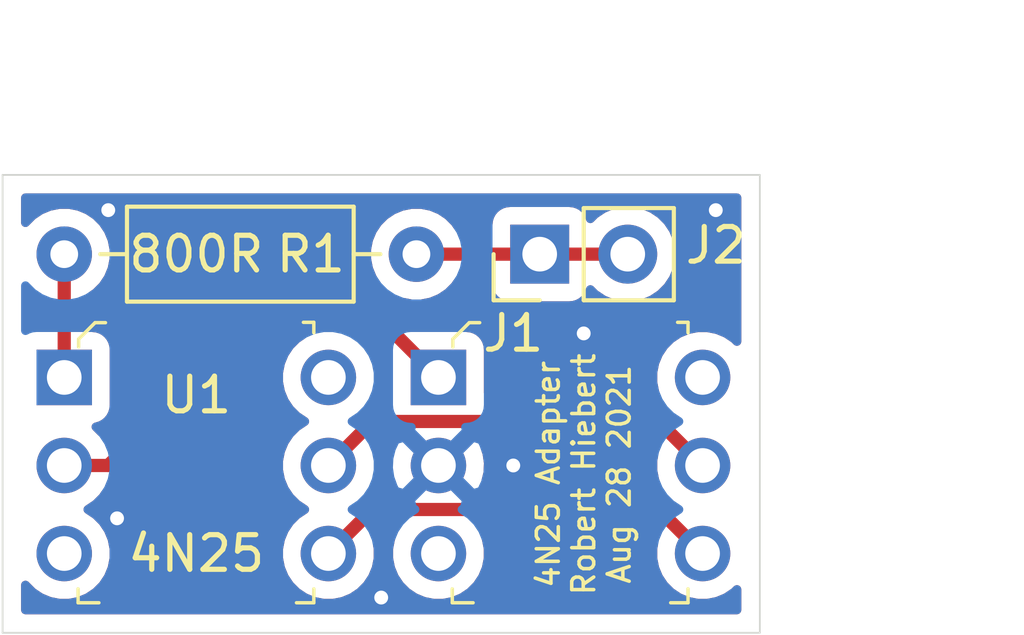
<source format=kicad_pcb>
(kicad_pcb (version 20171130) (host pcbnew "(5.1.6)-1")

  (general
    (thickness 1.6)
    (drawings 7)
    (tracks 19)
    (zones 0)
    (modules 4)
    (nets 11)
  )

  (page A4)
  (layers
    (0 F.Cu signal)
    (31 B.Cu signal)
    (32 B.Adhes user)
    (33 F.Adhes user)
    (34 B.Paste user)
    (35 F.Paste user)
    (36 B.SilkS user)
    (37 F.SilkS user)
    (38 B.Mask user)
    (39 F.Mask user)
    (40 Dwgs.User user)
    (41 Cmts.User user)
    (42 Eco1.User user)
    (43 Eco2.User user)
    (44 Edge.Cuts user)
    (45 Margin user)
    (46 B.CrtYd user)
    (47 F.CrtYd user)
    (48 B.Fab user)
    (49 F.Fab user)
  )

  (setup
    (last_trace_width 0.25)
    (trace_clearance 0.2)
    (zone_clearance 0.508)
    (zone_45_only no)
    (trace_min 0.2)
    (via_size 0.8)
    (via_drill 0.4)
    (via_min_size 0.4)
    (via_min_drill 0.3)
    (uvia_size 0.3)
    (uvia_drill 0.1)
    (uvias_allowed no)
    (uvia_min_size 0.2)
    (uvia_min_drill 0.1)
    (edge_width 0.05)
    (segment_width 0.2)
    (pcb_text_width 0.3)
    (pcb_text_size 1.5 1.5)
    (mod_edge_width 0.12)
    (mod_text_size 1 1)
    (mod_text_width 0.15)
    (pad_size 1.524 1.524)
    (pad_drill 0.762)
    (pad_to_mask_clearance 0.05)
    (aux_axis_origin 0 0)
    (visible_elements 7FFFF7FF)
    (pcbplotparams
      (layerselection 0x010fc_ffffffff)
      (usegerberextensions false)
      (usegerberattributes true)
      (usegerberadvancedattributes true)
      (creategerberjobfile true)
      (excludeedgelayer true)
      (linewidth 0.100000)
      (plotframeref false)
      (viasonmask false)
      (mode 1)
      (useauxorigin false)
      (hpglpennumber 1)
      (hpglpenspeed 20)
      (hpglpendiameter 15.000000)
      (psnegative false)
      (psa4output false)
      (plotreference true)
      (plotvalue true)
      (plotinvisibletext false)
      (padsonsilk false)
      (subtractmaskfromsilk false)
      (outputformat 1)
      (mirror false)
      (drillshape 0)
      (scaleselection 1)
      (outputdirectory ""))
  )

  (net 0 "")
  (net 1 "Net-(J1-Pad6)")
  (net 2 "Net-(J1-Pad5)")
  (net 3 "Net-(J1-Pad4)")
  (net 4 "Net-(J1-Pad3)")
  (net 5 GND)
  (net 6 "Net-(J1-Pad1)")
  (net 7 "Net-(J2-Pad1)")
  (net 8 "Net-(R1-Pad2)")
  (net 9 "Net-(U1-Pad6)")
  (net 10 "Net-(U1-Pad3)")

  (net_class Default "This is the default net class."
    (clearance 0.2)
    (trace_width 0.25)
    (via_dia 0.8)
    (via_drill 0.4)
    (uvia_dia 0.3)
    (uvia_drill 0.1)
    (add_net GND)
    (add_net "Net-(J1-Pad1)")
    (add_net "Net-(J1-Pad3)")
    (add_net "Net-(J1-Pad4)")
    (add_net "Net-(J1-Pad5)")
    (add_net "Net-(J1-Pad6)")
    (add_net "Net-(J2-Pad1)")
    (add_net "Net-(R1-Pad2)")
    (add_net "Net-(U1-Pad3)")
    (add_net "Net-(U1-Pad6)")
  )

  (module digikey-footprints:DIP-6_W7.62mm (layer F.Cu) (tedit 5AFEF30B) (tstamp 612C4603)
    (at 105.41 90.17)
    (descr http://optoelectronics.liteon.com/upload/download/DS70-2001-026/MOC306X%20series%20201606.pdf)
    (path /612BFCEE)
    (fp_text reference U1 (at 3.81 0.508) (layer F.SilkS)
      (effects (font (size 1 1) (thickness 0.15)))
    )
    (fp_text value 4N25 (at 3.81 5.08) (layer F.SilkS)
      (effects (font (size 1 1) (thickness 0.15)))
    )
    (fp_line (start 0.89 -1.58) (end 0.415 -1.105) (layer F.SilkS) (width 0.1))
    (fp_line (start 0.54 -1.055) (end 0.915 -1.43) (layer F.Fab) (width 0.1))
    (fp_line (start 0.4 6.1) (end 0.4 6.5) (layer F.SilkS) (width 0.1))
    (fp_line (start 0.4 6.5) (end 1 6.5) (layer F.SilkS) (width 0.1))
    (fp_line (start 7.2 6.5) (end 7.2 6.1) (layer F.SilkS) (width 0.1))
    (fp_line (start 7.2 6.5) (end 6.7 6.5) (layer F.SilkS) (width 0.1))
    (fp_line (start -1.05 -1.68) (end 8.67 -1.68) (layer F.CrtYd) (width 0.05))
    (fp_line (start -1.05 6.61) (end 8.67 6.61) (layer F.CrtYd) (width 0.05))
    (fp_line (start 0.55 6.36) (end 7.05 6.36) (layer F.Fab) (width 0.1))
    (fp_line (start -1.05 -1.68) (end -1.05 6.61) (layer F.CrtYd) (width 0.05))
    (fp_line (start 8.67 -1.68) (end 8.67 6.61) (layer F.CrtYd) (width 0.05))
    (fp_line (start 0.415 -0.88) (end 0.415 -1.105) (layer F.SilkS) (width 0.1))
    (fp_line (start 0.89 -1.58) (end 1.19 -1.58) (layer F.SilkS) (width 0.1))
    (fp_line (start 7.2 -1.29) (end 7.2 -1.59) (layer F.SilkS) (width 0.1))
    (fp_line (start 7.2 -1.59) (end 6.9 -1.59) (layer F.SilkS) (width 0.1))
    (fp_line (start 0.915 -1.43) (end 7.05 -1.43) (layer F.Fab) (width 0.1))
    (fp_line (start 7.05 -1.43) (end 7.05 6.36) (layer F.Fab) (width 0.1))
    (fp_line (start 0.54 -1.055) (end 0.55 6.36) (layer F.Fab) (width 0.1))
    (fp_text user REF** (at 3.94 3.1) (layer F.Fab)
      (effects (font (size 1 1) (thickness 0.1)))
    )
    (pad 6 thru_hole circle (at 7.62 0) (size 1.6 1.6) (drill 1) (layers *.Cu *.Mask)
      (net 9 "Net-(U1-Pad6)"))
    (pad 5 thru_hole circle (at 7.62 2.54) (size 1.6 1.6) (drill 1) (layers *.Cu *.Mask)
      (net 2 "Net-(J1-Pad5)"))
    (pad 4 thru_hole circle (at 7.62 5.08) (size 1.6 1.6) (drill 1) (layers *.Cu *.Mask)
      (net 3 "Net-(J1-Pad4)"))
    (pad 3 thru_hole circle (at 0 5.08) (size 1.6 1.6) (drill 1) (layers *.Cu *.Mask)
      (net 10 "Net-(U1-Pad3)"))
    (pad 2 thru_hole circle (at 0 2.54) (size 1.6 1.6) (drill 1) (layers *.Cu *.Mask)
      (net 6 "Net-(J1-Pad1)"))
    (pad 1 thru_hole rect (at 0 0) (size 1.6 1.6) (drill 1) (layers *.Cu *.Mask)
      (net 8 "Net-(R1-Pad2)"))
  )

  (module Resistor_THT:R_Axial_DIN0207_L6.3mm_D2.5mm_P10.16mm_Horizontal (layer F.Cu) (tedit 5AE5139B) (tstamp 612C45E6)
    (at 115.57 86.614 180)
    (descr "Resistor, Axial_DIN0207 series, Axial, Horizontal, pin pitch=10.16mm, 0.25W = 1/4W, length*diameter=6.3*2.5mm^2, http://cdn-reichelt.de/documents/datenblatt/B400/1_4W%23YAG.pdf")
    (tags "Resistor Axial_DIN0207 series Axial Horizontal pin pitch 10.16mm 0.25W = 1/4W length 6.3mm diameter 2.5mm")
    (path /612FE301)
    (fp_text reference R1 (at 3.048 0) (layer F.SilkS)
      (effects (font (size 1 1) (thickness 0.15)))
    )
    (fp_text value 800R (at 6.35 0) (layer F.SilkS)
      (effects (font (size 1 1) (thickness 0.15)))
    )
    (fp_line (start 1.93 -1.25) (end 1.93 1.25) (layer F.Fab) (width 0.1))
    (fp_line (start 1.93 1.25) (end 8.23 1.25) (layer F.Fab) (width 0.1))
    (fp_line (start 8.23 1.25) (end 8.23 -1.25) (layer F.Fab) (width 0.1))
    (fp_line (start 8.23 -1.25) (end 1.93 -1.25) (layer F.Fab) (width 0.1))
    (fp_line (start 0 0) (end 1.93 0) (layer F.Fab) (width 0.1))
    (fp_line (start 10.16 0) (end 8.23 0) (layer F.Fab) (width 0.1))
    (fp_line (start 1.81 -1.37) (end 1.81 1.37) (layer F.SilkS) (width 0.12))
    (fp_line (start 1.81 1.37) (end 8.35 1.37) (layer F.SilkS) (width 0.12))
    (fp_line (start 8.35 1.37) (end 8.35 -1.37) (layer F.SilkS) (width 0.12))
    (fp_line (start 8.35 -1.37) (end 1.81 -1.37) (layer F.SilkS) (width 0.12))
    (fp_line (start 1.04 0) (end 1.81 0) (layer F.SilkS) (width 0.12))
    (fp_line (start 9.12 0) (end 8.35 0) (layer F.SilkS) (width 0.12))
    (fp_line (start -1.05 -1.5) (end -1.05 1.5) (layer F.CrtYd) (width 0.05))
    (fp_line (start -1.05 1.5) (end 11.21 1.5) (layer F.CrtYd) (width 0.05))
    (fp_line (start 11.21 1.5) (end 11.21 -1.5) (layer F.CrtYd) (width 0.05))
    (fp_line (start 11.21 -1.5) (end -1.05 -1.5) (layer F.CrtYd) (width 0.05))
    (fp_text user %R (at 3.048 0) (layer F.Fab)
      (effects (font (size 1 1) (thickness 0.15)))
    )
    (pad 2 thru_hole oval (at 10.16 0 180) (size 1.6 1.6) (drill 0.8) (layers *.Cu *.Mask)
      (net 8 "Net-(R1-Pad2)"))
    (pad 1 thru_hole circle (at 0 0 180) (size 1.6 1.6) (drill 0.8) (layers *.Cu *.Mask)
      (net 7 "Net-(J2-Pad1)"))
    (model ${KISYS3DMOD}/Resistor_THT.3dshapes/R_Axial_DIN0207_L6.3mm_D2.5mm_P10.16mm_Horizontal.wrl
      (at (xyz 0 0 0))
      (scale (xyz 1 1 1))
      (rotate (xyz 0 0 0))
    )
  )

  (module Connector_PinHeader_2.54mm:PinHeader_1x02_P2.54mm_Vertical (layer F.Cu) (tedit 59FED5CC) (tstamp 612C45CF)
    (at 119.126 86.614 90)
    (descr "Through hole straight pin header, 1x02, 2.54mm pitch, single row")
    (tags "Through hole pin header THT 1x02 2.54mm single row")
    (path /61301B3A)
    (fp_text reference J2 (at 0.254 5.08 180) (layer F.SilkS)
      (effects (font (size 1 1) (thickness 0.15)))
    )
    (fp_text value Conn_01x02 (at 0.508 1.524 180) (layer F.Fab)
      (effects (font (size 1 1) (thickness 0.15)))
    )
    (fp_line (start -0.635 -1.27) (end 1.27 -1.27) (layer F.Fab) (width 0.1))
    (fp_line (start 1.27 -1.27) (end 1.27 3.81) (layer F.Fab) (width 0.1))
    (fp_line (start 1.27 3.81) (end -1.27 3.81) (layer F.Fab) (width 0.1))
    (fp_line (start -1.27 3.81) (end -1.27 -0.635) (layer F.Fab) (width 0.1))
    (fp_line (start -1.27 -0.635) (end -0.635 -1.27) (layer F.Fab) (width 0.1))
    (fp_line (start -1.33 3.87) (end 1.33 3.87) (layer F.SilkS) (width 0.12))
    (fp_line (start -1.33 1.27) (end -1.33 3.87) (layer F.SilkS) (width 0.12))
    (fp_line (start 1.33 1.27) (end 1.33 3.87) (layer F.SilkS) (width 0.12))
    (fp_line (start -1.33 1.27) (end 1.33 1.27) (layer F.SilkS) (width 0.12))
    (fp_line (start -1.33 0) (end -1.33 -1.33) (layer F.SilkS) (width 0.12))
    (fp_line (start -1.33 -1.33) (end 0 -1.33) (layer F.SilkS) (width 0.12))
    (fp_line (start -1.8 -1.8) (end -1.8 4.35) (layer F.CrtYd) (width 0.05))
    (fp_line (start -1.8 4.35) (end 1.8 4.35) (layer F.CrtYd) (width 0.05))
    (fp_line (start 1.8 4.35) (end 1.8 -1.8) (layer F.CrtYd) (width 0.05))
    (fp_line (start 1.8 -1.8) (end -1.8 -1.8) (layer F.CrtYd) (width 0.05))
    (fp_text user %R (at 0 1.27) (layer F.Fab)
      (effects (font (size 1 1) (thickness 0.15)))
    )
    (pad 2 thru_hole oval (at 0 2.54 90) (size 1.7 1.7) (drill 1) (layers *.Cu *.Mask)
      (net 7 "Net-(J2-Pad1)"))
    (pad 1 thru_hole rect (at 0 0 90) (size 1.7 1.7) (drill 1) (layers *.Cu *.Mask)
      (net 7 "Net-(J2-Pad1)"))
    (model ${KISYS3DMOD}/Connector_PinHeader_2.54mm.3dshapes/PinHeader_1x02_P2.54mm_Vertical.wrl
      (at (xyz 0 0 0))
      (scale (xyz 1 1 1))
      (rotate (xyz 0 0 0))
    )
  )

  (module digikey-footprints:DIP-6_W7.62mm (layer F.Cu) (tedit 5AFEF30B) (tstamp 612C45B9)
    (at 116.205 90.17)
    (descr http://optoelectronics.liteon.com/upload/download/DS70-2001-026/MOC306X%20series%20201606.pdf)
    (path /612D7C19)
    (fp_text reference J1 (at 2.159 -1.27) (layer F.SilkS)
      (effects (font (size 1 1) (thickness 0.15)))
    )
    (fp_text value Conn_02x03_Counter_Clockwise (at 4.953 5.334) (layer F.Fab)
      (effects (font (size 1 1) (thickness 0.15)))
    )
    (fp_line (start 0.89 -1.58) (end 0.415 -1.105) (layer F.SilkS) (width 0.1))
    (fp_line (start 0.54 -1.055) (end 0.915 -1.43) (layer F.Fab) (width 0.1))
    (fp_line (start 0.4 6.1) (end 0.4 6.5) (layer F.SilkS) (width 0.1))
    (fp_line (start 0.4 6.5) (end 1 6.5) (layer F.SilkS) (width 0.1))
    (fp_line (start 7.2 6.5) (end 7.2 6.1) (layer F.SilkS) (width 0.1))
    (fp_line (start 7.2 6.5) (end 6.7 6.5) (layer F.SilkS) (width 0.1))
    (fp_line (start -1.05 -1.68) (end 8.67 -1.68) (layer F.CrtYd) (width 0.05))
    (fp_line (start -1.05 6.61) (end 8.67 6.61) (layer F.CrtYd) (width 0.05))
    (fp_line (start 0.55 6.36) (end 7.05 6.36) (layer F.Fab) (width 0.1))
    (fp_line (start -1.05 -1.68) (end -1.05 6.61) (layer F.CrtYd) (width 0.05))
    (fp_line (start 8.67 -1.68) (end 8.67 6.61) (layer F.CrtYd) (width 0.05))
    (fp_line (start 0.415 -0.88) (end 0.415 -1.105) (layer F.SilkS) (width 0.1))
    (fp_line (start 0.89 -1.58) (end 1.19 -1.58) (layer F.SilkS) (width 0.1))
    (fp_line (start 7.2 -1.29) (end 7.2 -1.59) (layer F.SilkS) (width 0.1))
    (fp_line (start 7.2 -1.59) (end 6.9 -1.59) (layer F.SilkS) (width 0.1))
    (fp_line (start 0.915 -1.43) (end 7.05 -1.43) (layer F.Fab) (width 0.1))
    (fp_line (start 7.05 -1.43) (end 7.05 6.36) (layer F.Fab) (width 0.1))
    (fp_line (start 0.54 -1.055) (end 0.55 6.36) (layer F.Fab) (width 0.1))
    (fp_text user REF** (at 3.94 3.1) (layer F.Fab)
      (effects (font (size 1 1) (thickness 0.1)))
    )
    (pad 6 thru_hole circle (at 7.62 0) (size 1.6 1.6) (drill 1) (layers *.Cu *.Mask)
      (net 1 "Net-(J1-Pad6)"))
    (pad 5 thru_hole circle (at 7.62 2.54) (size 1.6 1.6) (drill 1) (layers *.Cu *.Mask)
      (net 2 "Net-(J1-Pad5)"))
    (pad 4 thru_hole circle (at 7.62 5.08) (size 1.6 1.6) (drill 1) (layers *.Cu *.Mask)
      (net 3 "Net-(J1-Pad4)"))
    (pad 3 thru_hole circle (at 0 5.08) (size 1.6 1.6) (drill 1) (layers *.Cu *.Mask)
      (net 4 "Net-(J1-Pad3)"))
    (pad 2 thru_hole circle (at 0 2.54) (size 1.6 1.6) (drill 1) (layers *.Cu *.Mask)
      (net 5 GND))
    (pad 1 thru_hole rect (at 0 0) (size 1.6 1.6) (drill 1) (layers *.Cu *.Mask)
      (net 6 "Net-(J1-Pad1)"))
  )

  (gr_text "4N25 Adapter\nRobert Hiebert\nAug 28 2021" (at 120.396 92.964 90) (layer F.SilkS)
    (effects (font (size 0.635 0.635) (thickness 0.1016)))
  )
  (dimension 13.208 (width 0.15) (layer Dwgs.User)
    (gr_text "0.5200 in" (at 130.332 90.932 270) (layer Dwgs.User)
      (effects (font (size 1 1) (thickness 0.15)))
    )
    (feature1 (pts (xy 125.476 97.536) (xy 129.618421 97.536)))
    (feature2 (pts (xy 125.476 84.328) (xy 129.618421 84.328)))
    (crossbar (pts (xy 129.032 84.328) (xy 129.032 97.536)))
    (arrow1a (pts (xy 129.032 97.536) (xy 128.445579 96.409496)))
    (arrow1b (pts (xy 129.032 97.536) (xy 129.618421 96.409496)))
    (arrow2a (pts (xy 129.032 84.328) (xy 128.445579 85.454504)))
    (arrow2b (pts (xy 129.032 84.328) (xy 129.618421 85.454504)))
  )
  (dimension 21.844 (width 0.15) (layer Dwgs.User)
    (gr_text "0.8600 in" (at 114.554 79.98) (layer Dwgs.User)
      (effects (font (size 1 1) (thickness 0.15)))
    )
    (feature1 (pts (xy 125.476 84.328) (xy 125.476 80.693579)))
    (feature2 (pts (xy 103.632 84.328) (xy 103.632 80.693579)))
    (crossbar (pts (xy 103.632 81.28) (xy 125.476 81.28)))
    (arrow1a (pts (xy 125.476 81.28) (xy 124.349496 81.866421)))
    (arrow1b (pts (xy 125.476 81.28) (xy 124.349496 80.693579)))
    (arrow2a (pts (xy 103.632 81.28) (xy 104.758504 81.866421)))
    (arrow2b (pts (xy 103.632 81.28) (xy 104.758504 80.693579)))
  )
  (gr_line (start 103.632 97.536) (end 103.632 84.328) (layer Edge.Cuts) (width 0.05) (tstamp 612C4C5E))
  (gr_line (start 125.476 97.536) (end 103.632 97.536) (layer Edge.Cuts) (width 0.05))
  (gr_line (start 125.476 84.328) (end 125.476 97.536) (layer Edge.Cuts) (width 0.05))
  (gr_line (start 103.632 84.328) (end 125.476 84.328) (layer Edge.Cuts) (width 0.05))

  (segment (start 113.03 92.71) (end 114.3 91.44) (width 0.381) (layer F.Cu) (net 2))
  (segment (start 122.555 91.44) (end 123.825 92.71) (width 0.381) (layer F.Cu) (net 2))
  (segment (start 114.3 91.44) (end 122.555 91.44) (width 0.381) (layer F.Cu) (net 2))
  (segment (start 113.03 95.25) (end 114.3 93.98) (width 0.381) (layer F.Cu) (net 3))
  (segment (start 114.3 93.98) (end 122.555 93.98) (width 0.381) (layer F.Cu) (net 3))
  (segment (start 122.555 93.98) (end 123.825 95.25) (width 0.381) (layer F.Cu) (net 3))
  (via (at 120.396 88.9) (size 0.8) (drill 0.4) (layers F.Cu B.Cu) (net 5))
  (via (at 106.934 94.234) (size 0.8) (drill 0.4) (layers F.Cu B.Cu) (net 5))
  (via (at 124.206 85.344) (size 0.8) (drill 0.4) (layers F.Cu B.Cu) (net 5))
  (via (at 114.554 96.52) (size 0.8) (drill 0.4) (layers F.Cu B.Cu) (net 5))
  (via (at 106.68 85.344) (size 0.8) (drill 0.4) (layers F.Cu B.Cu) (net 5))
  (via (at 118.364 92.71) (size 0.8) (drill 0.4) (layers F.Cu B.Cu) (net 5))
  (segment (start 105.41 92.71) (end 106.68 92.71) (width 0.381) (layer F.Cu) (net 6))
  (segment (start 106.68 92.71) (end 111.252 88.138) (width 0.381) (layer F.Cu) (net 6))
  (segment (start 114.173 88.138) (end 116.205 90.17) (width 0.381) (layer F.Cu) (net 6))
  (segment (start 111.252 88.138) (end 114.173 88.138) (width 0.381) (layer F.Cu) (net 6))
  (segment (start 115.57 86.614) (end 119.126 86.614) (width 0.381) (layer F.Cu) (net 7))
  (segment (start 119.126 86.614) (end 121.666 86.614) (width 0.381) (layer F.Cu) (net 7))
  (segment (start 105.41 90.17) (end 105.41 86.614) (width 0.381) (layer F.Cu) (net 8))

  (zone (net 5) (net_name GND) (layer F.Cu) (tstamp 612C1432) (hatch edge 0.508)
    (connect_pads (clearance 0.508))
    (min_thickness 0.254)
    (fill yes (arc_segments 32) (thermal_gap 0.508) (thermal_bridge_width 0.508))
    (polygon
      (pts
        (xy 124.968 97.028) (xy 104.14 97.028) (xy 104.14 84.836) (xy 124.968 84.836)
      )
    )
    (filled_polygon
      (pts
        (xy 112.115241 89.055363) (xy 111.915363 89.255241) (xy 111.75832 89.490273) (xy 111.650147 89.751426) (xy 111.595 90.028665)
        (xy 111.595 90.311335) (xy 111.650147 90.588574) (xy 111.75832 90.849727) (xy 111.915363 91.084759) (xy 112.115241 91.284637)
        (xy 112.347759 91.44) (xy 112.115241 91.595363) (xy 111.915363 91.795241) (xy 111.75832 92.030273) (xy 111.650147 92.291426)
        (xy 111.595 92.568665) (xy 111.595 92.851335) (xy 111.650147 93.128574) (xy 111.75832 93.389727) (xy 111.915363 93.624759)
        (xy 112.115241 93.824637) (xy 112.347759 93.98) (xy 112.115241 94.135363) (xy 111.915363 94.335241) (xy 111.75832 94.570273)
        (xy 111.650147 94.831426) (xy 111.595 95.108665) (xy 111.595 95.391335) (xy 111.650147 95.668574) (xy 111.75832 95.929727)
        (xy 111.915363 96.164759) (xy 112.115241 96.364637) (xy 112.350273 96.52168) (xy 112.611426 96.629853) (xy 112.888665 96.685)
        (xy 113.171335 96.685) (xy 113.448574 96.629853) (xy 113.709727 96.52168) (xy 113.944759 96.364637) (xy 114.144637 96.164759)
        (xy 114.30168 95.929727) (xy 114.409853 95.668574) (xy 114.465 95.391335) (xy 114.465 95.108665) (xy 114.444056 95.003376)
        (xy 114.641933 94.8055) (xy 114.835886 94.8055) (xy 114.825147 94.831426) (xy 114.77 95.108665) (xy 114.77 95.391335)
        (xy 114.825147 95.668574) (xy 114.93332 95.929727) (xy 115.090363 96.164759) (xy 115.290241 96.364637) (xy 115.525273 96.52168)
        (xy 115.786426 96.629853) (xy 116.063665 96.685) (xy 116.346335 96.685) (xy 116.623574 96.629853) (xy 116.884727 96.52168)
        (xy 117.119759 96.364637) (xy 117.319637 96.164759) (xy 117.47668 95.929727) (xy 117.584853 95.668574) (xy 117.64 95.391335)
        (xy 117.64 95.108665) (xy 117.584853 94.831426) (xy 117.574114 94.8055) (xy 122.213068 94.8055) (xy 122.410944 95.003376)
        (xy 122.39 95.108665) (xy 122.39 95.391335) (xy 122.445147 95.668574) (xy 122.55332 95.929727) (xy 122.710363 96.164759)
        (xy 122.910241 96.364637) (xy 123.145273 96.52168) (xy 123.406426 96.629853) (xy 123.683665 96.685) (xy 123.966335 96.685)
        (xy 124.243574 96.629853) (xy 124.504727 96.52168) (xy 124.739759 96.364637) (xy 124.816001 96.288395) (xy 124.816001 96.876)
        (xy 104.292 96.876) (xy 104.292 96.159726) (xy 104.295363 96.164759) (xy 104.495241 96.364637) (xy 104.730273 96.52168)
        (xy 104.991426 96.629853) (xy 105.268665 96.685) (xy 105.551335 96.685) (xy 105.828574 96.629853) (xy 106.089727 96.52168)
        (xy 106.324759 96.364637) (xy 106.524637 96.164759) (xy 106.68168 95.929727) (xy 106.789853 95.668574) (xy 106.845 95.391335)
        (xy 106.845 95.108665) (xy 106.789853 94.831426) (xy 106.68168 94.570273) (xy 106.524637 94.335241) (xy 106.324759 94.135363)
        (xy 106.092241 93.98) (xy 106.324759 93.824637) (xy 106.524637 93.624759) (xy 106.584278 93.5355) (xy 106.63945 93.5355)
        (xy 106.68 93.539494) (xy 106.72055 93.5355) (xy 106.720553 93.5355) (xy 106.841826 93.523556) (xy 106.997434 93.476353)
        (xy 107.140842 93.399699) (xy 107.266541 93.296541) (xy 107.292398 93.265034) (xy 111.593933 88.9635) (xy 112.252724 88.9635)
      )
    )
    (filled_polygon
      (pts
        (xy 122.410944 92.463376) (xy 122.39 92.568665) (xy 122.39 92.851335) (xy 122.445147 93.128574) (xy 122.455886 93.1545)
        (xy 117.572975 93.1545) (xy 117.6313 92.921816) (xy 117.645217 92.639488) (xy 117.603787 92.35987) (xy 117.570039 92.2655)
        (xy 122.213068 92.2655)
      )
    )
    (filled_polygon
      (pts
        (xy 116.398748 92.695858) (xy 116.384605 92.71) (xy 116.398748 92.724143) (xy 116.219143 92.903748) (xy 116.205 92.889605)
        (xy 116.190858 92.903748) (xy 116.011253 92.724143) (xy 116.025395 92.71) (xy 116.011253 92.695858) (xy 116.190858 92.516253)
        (xy 116.205 92.530395) (xy 116.219143 92.516253)
      )
    )
    (filled_polygon
      (pts
        (xy 124.816 89.131604) (xy 124.739759 89.055363) (xy 124.504727 88.89832) (xy 124.243574 88.790147) (xy 123.966335 88.735)
        (xy 123.683665 88.735) (xy 123.406426 88.790147) (xy 123.145273 88.89832) (xy 122.910241 89.055363) (xy 122.710363 89.255241)
        (xy 122.55332 89.490273) (xy 122.445147 89.751426) (xy 122.39 90.028665) (xy 122.39 90.311335) (xy 122.445147 90.588574)
        (xy 122.455886 90.6145) (xy 117.643072 90.6145) (xy 117.643072 89.37) (xy 117.630812 89.245518) (xy 117.594502 89.12582)
        (xy 117.535537 89.015506) (xy 117.456185 88.918815) (xy 117.359494 88.839463) (xy 117.24918 88.780498) (xy 117.129482 88.744188)
        (xy 117.005 88.731928) (xy 115.934361 88.731928) (xy 115.207424 88.004992) (xy 115.428665 88.049) (xy 115.711335 88.049)
        (xy 115.988574 87.993853) (xy 116.249727 87.88568) (xy 116.484759 87.728637) (xy 116.684637 87.528759) (xy 116.744278 87.4395)
        (xy 117.637928 87.4395) (xy 117.637928 87.464) (xy 117.650188 87.588482) (xy 117.686498 87.70818) (xy 117.745463 87.818494)
        (xy 117.824815 87.915185) (xy 117.921506 87.994537) (xy 118.03182 88.053502) (xy 118.151518 88.089812) (xy 118.276 88.102072)
        (xy 119.976 88.102072) (xy 120.100482 88.089812) (xy 120.22018 88.053502) (xy 120.330494 87.994537) (xy 120.427185 87.915185)
        (xy 120.506537 87.818494) (xy 120.565502 87.70818) (xy 120.587513 87.63562) (xy 120.719368 87.767475) (xy 120.962589 87.92999)
        (xy 121.232842 88.041932) (xy 121.51974 88.099) (xy 121.81226 88.099) (xy 122.099158 88.041932) (xy 122.369411 87.92999)
        (xy 122.612632 87.767475) (xy 122.819475 87.560632) (xy 122.98199 87.317411) (xy 123.093932 87.047158) (xy 123.151 86.76026)
        (xy 123.151 86.46774) (xy 123.093932 86.180842) (xy 122.98199 85.910589) (xy 122.819475 85.667368) (xy 122.612632 85.460525)
        (xy 122.369411 85.29801) (xy 122.099158 85.186068) (xy 121.81226 85.129) (xy 121.51974 85.129) (xy 121.232842 85.186068)
        (xy 120.962589 85.29801) (xy 120.719368 85.460525) (xy 120.587513 85.59238) (xy 120.565502 85.51982) (xy 120.506537 85.409506)
        (xy 120.427185 85.312815) (xy 120.330494 85.233463) (xy 120.22018 85.174498) (xy 120.100482 85.138188) (xy 119.976 85.125928)
        (xy 118.276 85.125928) (xy 118.151518 85.138188) (xy 118.03182 85.174498) (xy 117.921506 85.233463) (xy 117.824815 85.312815)
        (xy 117.745463 85.409506) (xy 117.686498 85.51982) (xy 117.650188 85.639518) (xy 117.637928 85.764) (xy 117.637928 85.7885)
        (xy 116.744278 85.7885) (xy 116.684637 85.699241) (xy 116.484759 85.499363) (xy 116.249727 85.34232) (xy 115.988574 85.234147)
        (xy 115.711335 85.179) (xy 115.428665 85.179) (xy 115.151426 85.234147) (xy 114.890273 85.34232) (xy 114.655241 85.499363)
        (xy 114.455363 85.699241) (xy 114.29832 85.934273) (xy 114.190147 86.195426) (xy 114.135 86.472665) (xy 114.135 86.755335)
        (xy 114.190147 87.032574) (xy 114.29832 87.293727) (xy 114.317719 87.322759) (xy 114.213553 87.3125) (xy 114.21355 87.3125)
        (xy 114.173 87.308506) (xy 114.13245 87.3125) (xy 111.292542 87.3125) (xy 111.251999 87.308507) (xy 111.211456 87.3125)
        (xy 111.211447 87.3125) (xy 111.090174 87.324444) (xy 110.934566 87.371647) (xy 110.791158 87.448301) (xy 110.665459 87.551459)
        (xy 110.639607 87.58296) (xy 106.475982 91.746586) (xy 106.326039 91.596643) (xy 106.334482 91.595812) (xy 106.45418 91.559502)
        (xy 106.564494 91.500537) (xy 106.661185 91.421185) (xy 106.740537 91.324494) (xy 106.799502 91.21418) (xy 106.835812 91.094482)
        (xy 106.848072 90.97) (xy 106.848072 89.37) (xy 106.835812 89.245518) (xy 106.799502 89.12582) (xy 106.740537 89.015506)
        (xy 106.661185 88.918815) (xy 106.564494 88.839463) (xy 106.45418 88.780498) (xy 106.334482 88.744188) (xy 106.2355 88.734439)
        (xy 106.2355 87.788278) (xy 106.324759 87.728637) (xy 106.524637 87.528759) (xy 106.68168 87.293727) (xy 106.789853 87.032574)
        (xy 106.845 86.755335) (xy 106.845 86.472665) (xy 106.789853 86.195426) (xy 106.68168 85.934273) (xy 106.524637 85.699241)
        (xy 106.324759 85.499363) (xy 106.089727 85.34232) (xy 105.828574 85.234147) (xy 105.551335 85.179) (xy 105.268665 85.179)
        (xy 104.991426 85.234147) (xy 104.730273 85.34232) (xy 104.495241 85.499363) (xy 104.295363 85.699241) (xy 104.292 85.704274)
        (xy 104.292 84.988) (xy 124.816 84.988)
      )
    )
  )
  (zone (net 5) (net_name GND) (layer B.Cu) (tstamp 612C142F) (hatch edge 0.508)
    (connect_pads (clearance 0.508))
    (min_thickness 0.254)
    (fill yes (arc_segments 32) (thermal_gap 0.508) (thermal_bridge_width 0.508))
    (polygon
      (pts
        (xy 124.968 97.028) (xy 104.14 97.028) (xy 104.14 84.836) (xy 124.968 84.836)
      )
    )
    (filled_polygon
      (pts
        (xy 124.816 89.131604) (xy 124.739759 89.055363) (xy 124.504727 88.89832) (xy 124.243574 88.790147) (xy 123.966335 88.735)
        (xy 123.683665 88.735) (xy 123.406426 88.790147) (xy 123.145273 88.89832) (xy 122.910241 89.055363) (xy 122.710363 89.255241)
        (xy 122.55332 89.490273) (xy 122.445147 89.751426) (xy 122.39 90.028665) (xy 122.39 90.311335) (xy 122.445147 90.588574)
        (xy 122.55332 90.849727) (xy 122.710363 91.084759) (xy 122.910241 91.284637) (xy 123.142759 91.44) (xy 122.910241 91.595363)
        (xy 122.710363 91.795241) (xy 122.55332 92.030273) (xy 122.445147 92.291426) (xy 122.39 92.568665) (xy 122.39 92.851335)
        (xy 122.445147 93.128574) (xy 122.55332 93.389727) (xy 122.710363 93.624759) (xy 122.910241 93.824637) (xy 123.142759 93.98)
        (xy 122.910241 94.135363) (xy 122.710363 94.335241) (xy 122.55332 94.570273) (xy 122.445147 94.831426) (xy 122.39 95.108665)
        (xy 122.39 95.391335) (xy 122.445147 95.668574) (xy 122.55332 95.929727) (xy 122.710363 96.164759) (xy 122.910241 96.364637)
        (xy 123.145273 96.52168) (xy 123.406426 96.629853) (xy 123.683665 96.685) (xy 123.966335 96.685) (xy 124.243574 96.629853)
        (xy 124.504727 96.52168) (xy 124.739759 96.364637) (xy 124.816001 96.288395) (xy 124.816001 96.876) (xy 104.292 96.876)
        (xy 104.292 96.159726) (xy 104.295363 96.164759) (xy 104.495241 96.364637) (xy 104.730273 96.52168) (xy 104.991426 96.629853)
        (xy 105.268665 96.685) (xy 105.551335 96.685) (xy 105.828574 96.629853) (xy 106.089727 96.52168) (xy 106.324759 96.364637)
        (xy 106.524637 96.164759) (xy 106.68168 95.929727) (xy 106.789853 95.668574) (xy 106.845 95.391335) (xy 106.845 95.108665)
        (xy 106.789853 94.831426) (xy 106.68168 94.570273) (xy 106.524637 94.335241) (xy 106.324759 94.135363) (xy 106.092241 93.98)
        (xy 106.324759 93.824637) (xy 106.524637 93.624759) (xy 106.68168 93.389727) (xy 106.789853 93.128574) (xy 106.845 92.851335)
        (xy 106.845 92.568665) (xy 106.789853 92.291426) (xy 106.68168 92.030273) (xy 106.524637 91.795241) (xy 106.326039 91.596643)
        (xy 106.334482 91.595812) (xy 106.45418 91.559502) (xy 106.564494 91.500537) (xy 106.661185 91.421185) (xy 106.740537 91.324494)
        (xy 106.799502 91.21418) (xy 106.835812 91.094482) (xy 106.848072 90.97) (xy 106.848072 90.028665) (xy 111.595 90.028665)
        (xy 111.595 90.311335) (xy 111.650147 90.588574) (xy 111.75832 90.849727) (xy 111.915363 91.084759) (xy 112.115241 91.284637)
        (xy 112.347759 91.44) (xy 112.115241 91.595363) (xy 111.915363 91.795241) (xy 111.75832 92.030273) (xy 111.650147 92.291426)
        (xy 111.595 92.568665) (xy 111.595 92.851335) (xy 111.650147 93.128574) (xy 111.75832 93.389727) (xy 111.915363 93.624759)
        (xy 112.115241 93.824637) (xy 112.347759 93.98) (xy 112.115241 94.135363) (xy 111.915363 94.335241) (xy 111.75832 94.570273)
        (xy 111.650147 94.831426) (xy 111.595 95.108665) (xy 111.595 95.391335) (xy 111.650147 95.668574) (xy 111.75832 95.929727)
        (xy 111.915363 96.164759) (xy 112.115241 96.364637) (xy 112.350273 96.52168) (xy 112.611426 96.629853) (xy 112.888665 96.685)
        (xy 113.171335 96.685) (xy 113.448574 96.629853) (xy 113.709727 96.52168) (xy 113.944759 96.364637) (xy 114.144637 96.164759)
        (xy 114.30168 95.929727) (xy 114.409853 95.668574) (xy 114.465 95.391335) (xy 114.465 95.108665) (xy 114.77 95.108665)
        (xy 114.77 95.391335) (xy 114.825147 95.668574) (xy 114.93332 95.929727) (xy 115.090363 96.164759) (xy 115.290241 96.364637)
        (xy 115.525273 96.52168) (xy 115.786426 96.629853) (xy 116.063665 96.685) (xy 116.346335 96.685) (xy 116.623574 96.629853)
        (xy 116.884727 96.52168) (xy 117.119759 96.364637) (xy 117.319637 96.164759) (xy 117.47668 95.929727) (xy 117.584853 95.668574)
        (xy 117.64 95.391335) (xy 117.64 95.108665) (xy 117.584853 94.831426) (xy 117.47668 94.570273) (xy 117.319637 94.335241)
        (xy 117.119759 94.135363) (xy 116.885872 93.979085) (xy 116.946514 93.946671) (xy 117.018097 93.702702) (xy 116.205 92.889605)
        (xy 115.391903 93.702702) (xy 115.463486 93.946671) (xy 115.527992 93.977194) (xy 115.525273 93.97832) (xy 115.290241 94.135363)
        (xy 115.090363 94.335241) (xy 114.93332 94.570273) (xy 114.825147 94.831426) (xy 114.77 95.108665) (xy 114.465 95.108665)
        (xy 114.409853 94.831426) (xy 114.30168 94.570273) (xy 114.144637 94.335241) (xy 113.944759 94.135363) (xy 113.712241 93.98)
        (xy 113.944759 93.824637) (xy 114.144637 93.624759) (xy 114.30168 93.389727) (xy 114.409853 93.128574) (xy 114.465 92.851335)
        (xy 114.465 92.780512) (xy 114.764783 92.780512) (xy 114.806213 93.06013) (xy 114.901397 93.326292) (xy 114.968329 93.451514)
        (xy 115.212298 93.523097) (xy 116.025395 92.71) (xy 116.384605 92.71) (xy 117.197702 93.523097) (xy 117.441671 93.451514)
        (xy 117.562571 93.196004) (xy 117.6313 92.921816) (xy 117.645217 92.639488) (xy 117.603787 92.35987) (xy 117.508603 92.093708)
        (xy 117.441671 91.968486) (xy 117.197702 91.896903) (xy 116.384605 92.71) (xy 116.025395 92.71) (xy 115.212298 91.896903)
        (xy 114.968329 91.968486) (xy 114.847429 92.223996) (xy 114.7787 92.498184) (xy 114.764783 92.780512) (xy 114.465 92.780512)
        (xy 114.465 92.568665) (xy 114.409853 92.291426) (xy 114.30168 92.030273) (xy 114.144637 91.795241) (xy 113.944759 91.595363)
        (xy 113.712241 91.44) (xy 113.944759 91.284637) (xy 114.144637 91.084759) (xy 114.30168 90.849727) (xy 114.409853 90.588574)
        (xy 114.465 90.311335) (xy 114.465 90.028665) (xy 114.409853 89.751426) (xy 114.30168 89.490273) (xy 114.221317 89.37)
        (xy 114.766928 89.37) (xy 114.766928 90.97) (xy 114.779188 91.094482) (xy 114.815498 91.21418) (xy 114.874463 91.324494)
        (xy 114.953815 91.421185) (xy 115.050506 91.500537) (xy 115.16082 91.559502) (xy 115.280518 91.595812) (xy 115.405 91.608072)
        (xy 115.423951 91.608072) (xy 115.391903 91.717298) (xy 116.205 92.530395) (xy 117.018097 91.717298) (xy 116.986049 91.608072)
        (xy 117.005 91.608072) (xy 117.129482 91.595812) (xy 117.24918 91.559502) (xy 117.359494 91.500537) (xy 117.456185 91.421185)
        (xy 117.535537 91.324494) (xy 117.594502 91.21418) (xy 117.630812 91.094482) (xy 117.643072 90.97) (xy 117.643072 89.37)
        (xy 117.630812 89.245518) (xy 117.594502 89.12582) (xy 117.535537 89.015506) (xy 117.456185 88.918815) (xy 117.359494 88.839463)
        (xy 117.24918 88.780498) (xy 117.129482 88.744188) (xy 117.005 88.731928) (xy 115.405 88.731928) (xy 115.280518 88.744188)
        (xy 115.16082 88.780498) (xy 115.050506 88.839463) (xy 114.953815 88.918815) (xy 114.874463 89.015506) (xy 114.815498 89.12582)
        (xy 114.779188 89.245518) (xy 114.766928 89.37) (xy 114.221317 89.37) (xy 114.144637 89.255241) (xy 113.944759 89.055363)
        (xy 113.709727 88.89832) (xy 113.448574 88.790147) (xy 113.171335 88.735) (xy 112.888665 88.735) (xy 112.611426 88.790147)
        (xy 112.350273 88.89832) (xy 112.115241 89.055363) (xy 111.915363 89.255241) (xy 111.75832 89.490273) (xy 111.650147 89.751426)
        (xy 111.595 90.028665) (xy 106.848072 90.028665) (xy 106.848072 89.37) (xy 106.835812 89.245518) (xy 106.799502 89.12582)
        (xy 106.740537 89.015506) (xy 106.661185 88.918815) (xy 106.564494 88.839463) (xy 106.45418 88.780498) (xy 106.334482 88.744188)
        (xy 106.21 88.731928) (xy 104.61 88.731928) (xy 104.485518 88.744188) (xy 104.36582 88.780498) (xy 104.292 88.819956)
        (xy 104.292 87.523726) (xy 104.295363 87.528759) (xy 104.495241 87.728637) (xy 104.730273 87.88568) (xy 104.991426 87.993853)
        (xy 105.268665 88.049) (xy 105.551335 88.049) (xy 105.828574 87.993853) (xy 106.089727 87.88568) (xy 106.324759 87.728637)
        (xy 106.524637 87.528759) (xy 106.68168 87.293727) (xy 106.789853 87.032574) (xy 106.845 86.755335) (xy 106.845 86.472665)
        (xy 114.135 86.472665) (xy 114.135 86.755335) (xy 114.190147 87.032574) (xy 114.29832 87.293727) (xy 114.455363 87.528759)
        (xy 114.655241 87.728637) (xy 114.890273 87.88568) (xy 115.151426 87.993853) (xy 115.428665 88.049) (xy 115.711335 88.049)
        (xy 115.988574 87.993853) (xy 116.249727 87.88568) (xy 116.484759 87.728637) (xy 116.684637 87.528759) (xy 116.84168 87.293727)
        (xy 116.949853 87.032574) (xy 117.005 86.755335) (xy 117.005 86.472665) (xy 116.949853 86.195426) (xy 116.84168 85.934273)
        (xy 116.727908 85.764) (xy 117.637928 85.764) (xy 117.637928 87.464) (xy 117.650188 87.588482) (xy 117.686498 87.70818)
        (xy 117.745463 87.818494) (xy 117.824815 87.915185) (xy 117.921506 87.994537) (xy 118.03182 88.053502) (xy 118.151518 88.089812)
        (xy 118.276 88.102072) (xy 119.976 88.102072) (xy 120.100482 88.089812) (xy 120.22018 88.053502) (xy 120.330494 87.994537)
        (xy 120.427185 87.915185) (xy 120.506537 87.818494) (xy 120.565502 87.70818) (xy 120.587513 87.63562) (xy 120.719368 87.767475)
        (xy 120.962589 87.92999) (xy 121.232842 88.041932) (xy 121.51974 88.099) (xy 121.81226 88.099) (xy 122.099158 88.041932)
        (xy 122.369411 87.92999) (xy 122.612632 87.767475) (xy 122.819475 87.560632) (xy 122.98199 87.317411) (xy 123.093932 87.047158)
        (xy 123.151 86.76026) (xy 123.151 86.46774) (xy 123.093932 86.180842) (xy 122.98199 85.910589) (xy 122.819475 85.667368)
        (xy 122.612632 85.460525) (xy 122.369411 85.29801) (xy 122.099158 85.186068) (xy 121.81226 85.129) (xy 121.51974 85.129)
        (xy 121.232842 85.186068) (xy 120.962589 85.29801) (xy 120.719368 85.460525) (xy 120.587513 85.59238) (xy 120.565502 85.51982)
        (xy 120.506537 85.409506) (xy 120.427185 85.312815) (xy 120.330494 85.233463) (xy 120.22018 85.174498) (xy 120.100482 85.138188)
        (xy 119.976 85.125928) (xy 118.276 85.125928) (xy 118.151518 85.138188) (xy 118.03182 85.174498) (xy 117.921506 85.233463)
        (xy 117.824815 85.312815) (xy 117.745463 85.409506) (xy 117.686498 85.51982) (xy 117.650188 85.639518) (xy 117.637928 85.764)
        (xy 116.727908 85.764) (xy 116.684637 85.699241) (xy 116.484759 85.499363) (xy 116.249727 85.34232) (xy 115.988574 85.234147)
        (xy 115.711335 85.179) (xy 115.428665 85.179) (xy 115.151426 85.234147) (xy 114.890273 85.34232) (xy 114.655241 85.499363)
        (xy 114.455363 85.699241) (xy 114.29832 85.934273) (xy 114.190147 86.195426) (xy 114.135 86.472665) (xy 106.845 86.472665)
        (xy 106.789853 86.195426) (xy 106.68168 85.934273) (xy 106.524637 85.699241) (xy 106.324759 85.499363) (xy 106.089727 85.34232)
        (xy 105.828574 85.234147) (xy 105.551335 85.179) (xy 105.268665 85.179) (xy 104.991426 85.234147) (xy 104.730273 85.34232)
        (xy 104.495241 85.499363) (xy 104.295363 85.699241) (xy 104.292 85.704274) (xy 104.292 84.988) (xy 124.816 84.988)
      )
    )
  )
)

</source>
